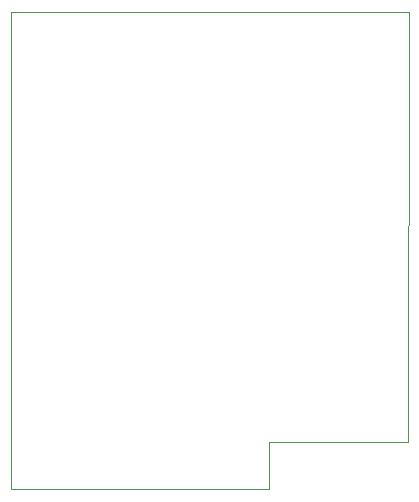
<source format=gbr>
%TF.GenerationSoftware,KiCad,Pcbnew,7.0.7*%
%TF.CreationDate,2025-08-27T15:09:01+01:00*%
%TF.ProjectId,Rosa,526f7361-2e6b-4696-9361-645f70636258,rev?*%
%TF.SameCoordinates,Original*%
%TF.FileFunction,Profile,NP*%
%FSLAX46Y46*%
G04 Gerber Fmt 4.6, Leading zero omitted, Abs format (unit mm)*
G04 Created by KiCad (PCBNEW 7.0.7) date 2025-08-27 15:09:01*
%MOMM*%
%LPD*%
G01*
G04 APERTURE LIST*
%TA.AperFunction,Profile*%
%ADD10C,0.100000*%
%TD*%
G04 APERTURE END LIST*
D10*
X36347400Y-2616200D02*
X36322000Y-39014400D01*
X24536400Y-39014400D02*
X24536400Y-43002200D01*
X24536400Y-43002200D02*
X2641600Y-43027600D01*
X2641600Y-43027600D02*
X2692400Y-2616200D01*
X2692400Y-2616200D02*
X36347400Y-2616200D01*
X36322000Y-39014400D02*
X24536400Y-39014400D01*
M02*

</source>
